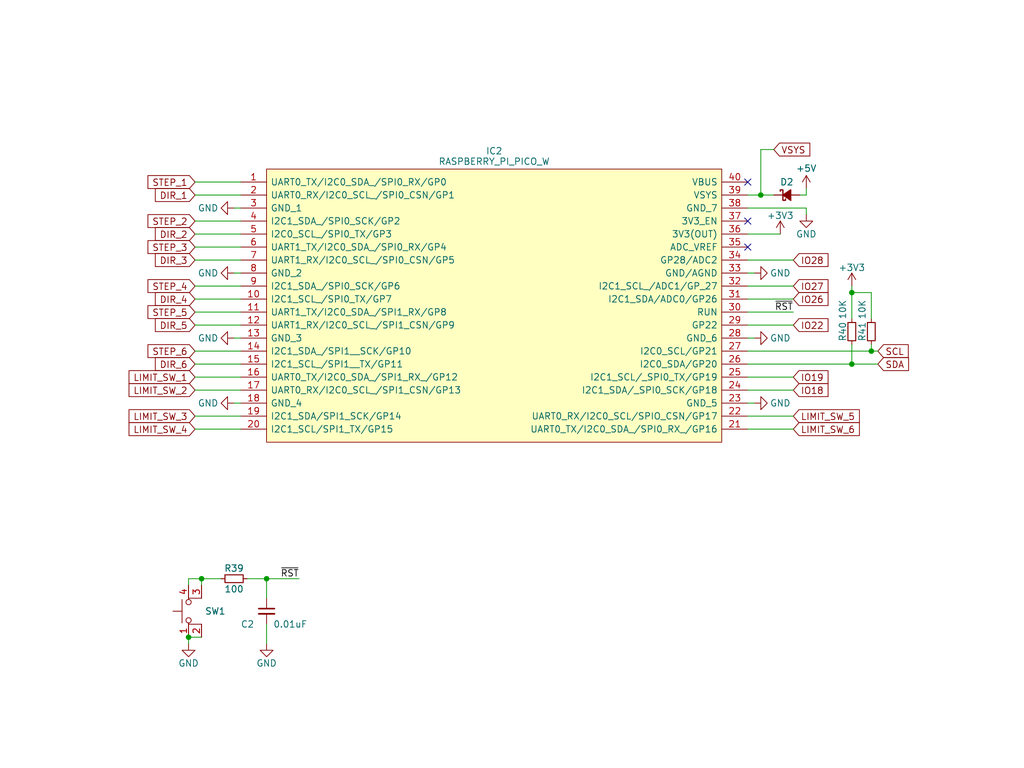
<source format=kicad_sch>
(kicad_sch (version 20230121) (generator eeschema)

  (uuid 7a5b1f12-c235-4d27-9f6c-e59009ca95f3)

  (paper "User" 200 150.012)

  (lib_symbols
    (symbol "Device:C_Small" (pin_numbers hide) (pin_names (offset 0.254) hide) (in_bom yes) (on_board yes)
      (property "Reference" "C" (at 0.254 1.778 0)
        (effects (font (size 1.27 1.27)) (justify left))
      )
      (property "Value" "C_Small" (at 0.254 -2.032 0)
        (effects (font (size 1.27 1.27)) (justify left))
      )
      (property "Footprint" "" (at 0 0 0)
        (effects (font (size 1.27 1.27)) hide)
      )
      (property "Datasheet" "~" (at 0 0 0)
        (effects (font (size 1.27 1.27)) hide)
      )
      (property "ki_keywords" "capacitor cap" (at 0 0 0)
        (effects (font (size 1.27 1.27)) hide)
      )
      (property "ki_description" "Unpolarized capacitor, small symbol" (at 0 0 0)
        (effects (font (size 1.27 1.27)) hide)
      )
      (property "ki_fp_filters" "C_*" (at 0 0 0)
        (effects (font (size 1.27 1.27)) hide)
      )
      (symbol "C_Small_0_1"
        (polyline
          (pts
            (xy -1.524 -0.508)
            (xy 1.524 -0.508)
          )
          (stroke (width 0.3302) (type default))
          (fill (type none))
        )
        (polyline
          (pts
            (xy -1.524 0.508)
            (xy 1.524 0.508)
          )
          (stroke (width 0.3048) (type default))
          (fill (type none))
        )
      )
      (symbol "C_Small_1_1"
        (pin passive line (at 0 2.54 270) (length 2.032)
          (name "~" (effects (font (size 1.27 1.27))))
          (number "1" (effects (font (size 1.27 1.27))))
        )
        (pin passive line (at 0 -2.54 90) (length 2.032)
          (name "~" (effects (font (size 1.27 1.27))))
          (number "2" (effects (font (size 1.27 1.27))))
        )
      )
    )
    (symbol "Device:D_Schottky_Small_Filled" (pin_numbers hide) (pin_names (offset 0.254) hide) (in_bom yes) (on_board yes)
      (property "Reference" "D" (at -1.27 2.032 0)
        (effects (font (size 1.27 1.27)) (justify left))
      )
      (property "Value" "D_Schottky_Small_Filled" (at -7.112 -2.032 0)
        (effects (font (size 1.27 1.27)) (justify left))
      )
      (property "Footprint" "" (at 0 0 90)
        (effects (font (size 1.27 1.27)) hide)
      )
      (property "Datasheet" "~" (at 0 0 90)
        (effects (font (size 1.27 1.27)) hide)
      )
      (property "ki_keywords" "diode Schottky" (at 0 0 0)
        (effects (font (size 1.27 1.27)) hide)
      )
      (property "ki_description" "Schottky diode, small symbol, filled shape" (at 0 0 0)
        (effects (font (size 1.27 1.27)) hide)
      )
      (property "ki_fp_filters" "TO-???* *_Diode_* *SingleDiode* D_*" (at 0 0 0)
        (effects (font (size 1.27 1.27)) hide)
      )
      (symbol "D_Schottky_Small_Filled_0_1"
        (polyline
          (pts
            (xy -0.762 0)
            (xy 0.762 0)
          )
          (stroke (width 0) (type default))
          (fill (type none))
        )
        (polyline
          (pts
            (xy 0.762 -1.016)
            (xy -0.762 0)
            (xy 0.762 1.016)
            (xy 0.762 -1.016)
          )
          (stroke (width 0.254) (type default))
          (fill (type outline))
        )
        (polyline
          (pts
            (xy -1.27 0.762)
            (xy -1.27 1.016)
            (xy -0.762 1.016)
            (xy -0.762 -1.016)
            (xy -0.254 -1.016)
            (xy -0.254 -0.762)
          )
          (stroke (width 0.254) (type default))
          (fill (type none))
        )
      )
      (symbol "D_Schottky_Small_Filled_1_1"
        (pin passive line (at -2.54 0 0) (length 1.778)
          (name "K" (effects (font (size 1.27 1.27))))
          (number "1" (effects (font (size 1.27 1.27))))
        )
        (pin passive line (at 2.54 0 180) (length 1.778)
          (name "A" (effects (font (size 1.27 1.27))))
          (number "2" (effects (font (size 1.27 1.27))))
        )
      )
    )
    (symbol "Device:R_Small" (pin_numbers hide) (pin_names (offset 0.254) hide) (in_bom yes) (on_board yes)
      (property "Reference" "R" (at 0.762 0.508 0)
        (effects (font (size 1.27 1.27)) (justify left))
      )
      (property "Value" "R_Small" (at 0.762 -1.016 0)
        (effects (font (size 1.27 1.27)) (justify left))
      )
      (property "Footprint" "" (at 0 0 0)
        (effects (font (size 1.27 1.27)) hide)
      )
      (property "Datasheet" "~" (at 0 0 0)
        (effects (font (size 1.27 1.27)) hide)
      )
      (property "ki_keywords" "R resistor" (at 0 0 0)
        (effects (font (size 1.27 1.27)) hide)
      )
      (property "ki_description" "Resistor, small symbol" (at 0 0 0)
        (effects (font (size 1.27 1.27)) hide)
      )
      (property "ki_fp_filters" "R_*" (at 0 0 0)
        (effects (font (size 1.27 1.27)) hide)
      )
      (symbol "R_Small_0_1"
        (rectangle (start -0.762 1.778) (end 0.762 -1.778)
          (stroke (width 0.2032) (type default))
          (fill (type none))
        )
      )
      (symbol "R_Small_1_1"
        (pin passive line (at 0 2.54 270) (length 0.762)
          (name "~" (effects (font (size 1.27 1.27))))
          (number "1" (effects (font (size 1.27 1.27))))
        )
        (pin passive line (at 0 -2.54 90) (length 0.762)
          (name "~" (effects (font (size 1.27 1.27))))
          (number "2" (effects (font (size 1.27 1.27))))
        )
      )
    )
    (symbol "SamacSys_Parts:RASPBERRY_PI_PICO_W" (pin_names (offset 0.762)) (in_bom yes) (on_board yes)
      (property "Reference" "IC2" (at 49.53 6.0692 0)
        (effects (font (size 1.27 1.27)))
      )
      (property "Value" "RASPBERRY_PI_PICO_W" (at 49.53 4.0212 0)
        (effects (font (size 1.27 1.27)))
      )
      (property "Footprint" "RASPBERRYPIPICOW" (at 95.25 2.54 0)
        (effects (font (size 1.27 1.27)) (justify left) hide)
      )
      (property "Datasheet" "https://datasheets.raspberrypi.com/picow/pico-w-datasheet.pdf" (at 95.25 0 0)
        (effects (font (size 1.27 1.27)) (justify left) hide)
      )
      (property "Description" "RASPBERRY-PI - RASPBERRY PI PICO W - Raspberry Pi Board, Raspberry Pi Pico W, RP2040, 32bit, ARM Cortex-M0+" (at 95.25 -2.54 0)
        (effects (font (size 1.27 1.27)) (justify left) hide)
      )
      (property "Height" "1" (at 95.25 -5.08 0)
        (effects (font (size 1.27 1.27)) (justify left) hide)
      )
      (property "Manufacturer_Name" "RASPBERRY-PI" (at 95.25 -7.62 0)
        (effects (font (size 1.27 1.27)) (justify left) hide)
      )
      (property "Manufacturer_Part_Number" "RASPBERRY PI PICO W" (at 95.25 -10.16 0)
        (effects (font (size 1.27 1.27)) (justify left) hide)
      )
      (property "Mouser Part Number" "" (at 95.25 -12.7 0)
        (effects (font (size 1.27 1.27)) (justify left) hide)
      )
      (property "Mouser Price/Stock" "" (at 95.25 -15.24 0)
        (effects (font (size 1.27 1.27)) (justify left) hide)
      )
      (property "Arrow Part Number" "" (at 95.25 -17.78 0)
        (effects (font (size 1.27 1.27)) (justify left) hide)
      )
      (property "Arrow Price/Stock" "" (at 95.25 -20.32 0)
        (effects (font (size 1.27 1.27)) (justify left) hide)
      )
      (property "ki_description" "RASPBERRY-PI - RASPBERRY PI PICO W - Raspberry Pi Board, Raspberry Pi Pico W, RP2040, 32bit, ARM Cortex-M0+" (at 0 0 0)
        (effects (font (size 1.27 1.27)) hide)
      )
      (symbol "RASPBERRY_PI_PICO_W_0_0"
        (pin passive line (at 0 0 0) (length 5.08)
          (name "UART0_TX/I2C0_SDA_/SPI0_RX/GP0" (effects (font (size 1.27 1.27))))
          (number "1" (effects (font (size 1.27 1.27))))
        )
        (pin passive line (at 0 -22.86 0) (length 5.08)
          (name "I2C1_SCL_/SPI0_TX/GP7" (effects (font (size 1.27 1.27))))
          (number "10" (effects (font (size 1.27 1.27))))
        )
        (pin passive line (at 0 -25.4 0) (length 5.08)
          (name "UART1_TX/I2C0_SDA_/SPI1_RX/GP8" (effects (font (size 1.27 1.27))))
          (number "11" (effects (font (size 1.27 1.27))))
        )
        (pin passive line (at 0 -27.94 0) (length 5.08)
          (name "UART1_RX/I2C0_SCL_/SPI1_CSN/GP9" (effects (font (size 1.27 1.27))))
          (number "12" (effects (font (size 1.27 1.27))))
        )
        (pin passive line (at 0 -30.48 0) (length 5.08)
          (name "GND_3" (effects (font (size 1.27 1.27))))
          (number "13" (effects (font (size 1.27 1.27))))
        )
        (pin passive line (at 0 -33.02 0) (length 5.08)
          (name "I2C1_SDA_/SPI1__SCK/GP10" (effects (font (size 1.27 1.27))))
          (number "14" (effects (font (size 1.27 1.27))))
        )
        (pin passive line (at 0 -35.56 0) (length 5.08)
          (name "I2C1_SCL_/SPI1__TX/GP11" (effects (font (size 1.27 1.27))))
          (number "15" (effects (font (size 1.27 1.27))))
        )
        (pin passive line (at 0 -38.1 0) (length 5.08)
          (name "UART0_TX/I2C0_SDA_/SPI1_RX_/GP12" (effects (font (size 1.27 1.27))))
          (number "16" (effects (font (size 1.27 1.27))))
        )
        (pin passive line (at 0 -40.64 0) (length 5.08)
          (name "UART0_RX/I2C0_SCL_/SPI1_CSN/GP13" (effects (font (size 1.27 1.27))))
          (number "17" (effects (font (size 1.27 1.27))))
        )
        (pin passive line (at 0 -43.18 0) (length 5.08)
          (name "GND_4" (effects (font (size 1.27 1.27))))
          (number "18" (effects (font (size 1.27 1.27))))
        )
        (pin passive line (at 0 -45.72 0) (length 5.08)
          (name "I2C1_SDA/SPI1_SCK/GP14" (effects (font (size 1.27 1.27))))
          (number "19" (effects (font (size 1.27 1.27))))
        )
        (pin passive line (at 0 -2.54 0) (length 5.08)
          (name "UART0_RX/I2C0_SCL_/SPI0_CSN/GP1" (effects (font (size 1.27 1.27))))
          (number "2" (effects (font (size 1.27 1.27))))
        )
        (pin passive line (at 0 -48.26 0) (length 5.08)
          (name "I2C1_SCL/SPI1_TX/GP15" (effects (font (size 1.27 1.27))))
          (number "20" (effects (font (size 1.27 1.27))))
        )
        (pin passive line (at 99.06 -48.26 180) (length 5.08)
          (name "UART0_TX/I2C0_SDA_/SPI0_RX_/GP16" (effects (font (size 1.27 1.27))))
          (number "21" (effects (font (size 1.27 1.27))))
        )
        (pin passive line (at 99.06 -45.72 180) (length 5.08)
          (name "UART0_RX/I2C0_SCL/SPIO_CSN/GP17" (effects (font (size 1.27 1.27))))
          (number "22" (effects (font (size 1.27 1.27))))
        )
        (pin passive line (at 99.06 -43.18 180) (length 5.08)
          (name "GND_5" (effects (font (size 1.27 1.27))))
          (number "23" (effects (font (size 1.27 1.27))))
        )
        (pin passive line (at 99.06 -40.64 180) (length 5.08)
          (name "I2C1_SDA/_SPI0_SCK/GP18" (effects (font (size 1.27 1.27))))
          (number "24" (effects (font (size 1.27 1.27))))
        )
        (pin passive line (at 99.06 -38.1 180) (length 5.08)
          (name "I2C1_SCL/_SPI0_TX/GP19" (effects (font (size 1.27 1.27))))
          (number "25" (effects (font (size 1.27 1.27))))
        )
        (pin passive line (at 99.06 -35.56 180) (length 5.08)
          (name "I2C0_SDA/GP20" (effects (font (size 1.27 1.27))))
          (number "26" (effects (font (size 1.27 1.27))))
        )
        (pin passive line (at 99.06 -33.02 180) (length 5.08)
          (name "I2C0_SCL/GP21" (effects (font (size 1.27 1.27))))
          (number "27" (effects (font (size 1.27 1.27))))
        )
        (pin passive line (at 99.06 -30.48 180) (length 5.08)
          (name "GND_6" (effects (font (size 1.27 1.27))))
          (number "28" (effects (font (size 1.27 1.27))))
        )
        (pin passive line (at 99.06 -27.94 180) (length 5.08)
          (name "GP22" (effects (font (size 1.27 1.27))))
          (number "29" (effects (font (size 1.27 1.27))))
        )
        (pin passive line (at 0 -5.08 0) (length 5.08)
          (name "GND_1" (effects (font (size 1.27 1.27))))
          (number "3" (effects (font (size 1.27 1.27))))
        )
        (pin passive line (at 99.06 -25.4 180) (length 5.08)
          (name "RUN" (effects (font (size 1.27 1.27))))
          (number "30" (effects (font (size 1.27 1.27))))
        )
        (pin passive line (at 99.06 -22.86 180) (length 5.08)
          (name "I2C1_SDA/ADC0/GP26" (effects (font (size 1.27 1.27))))
          (number "31" (effects (font (size 1.27 1.27))))
        )
        (pin passive line (at 99.06 -20.32 180) (length 5.08)
          (name "I2C1_SCL_/ADC1/GP_27" (effects (font (size 1.27 1.27))))
          (number "32" (effects (font (size 1.27 1.27))))
        )
        (pin passive line (at 99.06 -17.78 180) (length 5.08)
          (name "GND/AGND" (effects (font (size 1.27 1.27))))
          (number "33" (effects (font (size 1.27 1.27))))
        )
        (pin passive line (at 99.06 -15.24 180) (length 5.08)
          (name "GP28/ADC2" (effects (font (size 1.27 1.27))))
          (number "34" (effects (font (size 1.27 1.27))))
        )
        (pin passive line (at 99.06 -12.7 180) (length 5.08)
          (name "ADC_VREF" (effects (font (size 1.27 1.27))))
          (number "35" (effects (font (size 1.27 1.27))))
        )
        (pin passive line (at 99.06 -10.16 180) (length 5.08)
          (name "3V3(OUT)" (effects (font (size 1.27 1.27))))
          (number "36" (effects (font (size 1.27 1.27))))
        )
        (pin passive line (at 99.06 -7.62 180) (length 5.08)
          (name "3V3_EN" (effects (font (size 1.27 1.27))))
          (number "37" (effects (font (size 1.27 1.27))))
        )
        (pin passive line (at 99.06 -5.08 180) (length 5.08)
          (name "GND_7" (effects (font (size 1.27 1.27))))
          (number "38" (effects (font (size 1.27 1.27))))
        )
        (pin passive line (at 99.06 -2.54 180) (length 5.08)
          (name "VSYS" (effects (font (size 1.27 1.27))))
          (number "39" (effects (font (size 1.27 1.27))))
        )
        (pin passive line (at 0 -7.62 0) (length 5.08)
          (name "I2C1_SDA_/SPI0_SCK/GP2" (effects (font (size 1.27 1.27))))
          (number "4" (effects (font (size 1.27 1.27))))
        )
        (pin passive line (at 99.06 0 180) (length 5.08)
          (name "VBUS" (effects (font (size 1.27 1.27))))
          (number "40" (effects (font (size 1.27 1.27))))
        )
        (pin passive line (at 0 -10.16 0) (length 5.08)
          (name "I2C0_SCL_/SPI0_TX/GP3" (effects (font (size 1.27 1.27))))
          (number "5" (effects (font (size 1.27 1.27))))
        )
        (pin passive line (at 0 -12.7 0) (length 5.08)
          (name "UART1_TX/I2C0_SDA_/SPI0_RX/GP4" (effects (font (size 1.27 1.27))))
          (number "6" (effects (font (size 1.27 1.27))))
        )
        (pin passive line (at 0 -15.24 0) (length 5.08)
          (name "UART1_RX/I2C0_SCL_/SPI0_CSN/GP5" (effects (font (size 1.27 1.27))))
          (number "7" (effects (font (size 1.27 1.27))))
        )
        (pin passive line (at 0 -17.78 0) (length 5.08)
          (name "GND_2" (effects (font (size 1.27 1.27))))
          (number "8" (effects (font (size 1.27 1.27))))
        )
        (pin passive line (at 0 -20.32 0) (length 5.08)
          (name "I2C1_SDA_/SPI0_SCK/GP6" (effects (font (size 1.27 1.27))))
          (number "9" (effects (font (size 1.27 1.27))))
        )
      )
      (symbol "RASPBERRY_PI_PICO_W_1_1"
        (polyline
          (pts
            (xy 5.08 2.54)
            (xy 93.98 2.54)
            (xy 93.98 -50.8)
            (xy 5.08 -50.8)
            (xy 5.08 2.54)
          )
          (stroke (width 0.1524) (type solid))
          (fill (type background))
        )
      )
    )
    (symbol "Switch:SW_MEC_5E" (pin_names (offset 1.016) hide) (in_bom yes) (on_board yes)
      (property "Reference" "SW" (at 0.635 5.715 0)
        (effects (font (size 1.27 1.27)) (justify left))
      )
      (property "Value" "SW_MEC_5E" (at 0 -3.175 0)
        (effects (font (size 1.27 1.27)))
      )
      (property "Footprint" "" (at 0 7.62 0)
        (effects (font (size 1.27 1.27)) hide)
      )
      (property "Datasheet" "http://www.apem.com/int/index.php?controller=attachment&id_attachment=1371" (at 0 7.62 0)
        (effects (font (size 1.27 1.27)) hide)
      )
      (property "ki_keywords" "switch normally-open pushbutton push-button" (at 0 0 0)
        (effects (font (size 1.27 1.27)) hide)
      )
      (property "ki_description" "MEC 5E single pole normally-open tactile switch" (at 0 0 0)
        (effects (font (size 1.27 1.27)) hide)
      )
      (property "ki_fp_filters" "SW*MEC*5G*" (at 0 0 0)
        (effects (font (size 1.27 1.27)) hide)
      )
      (symbol "SW_MEC_5E_0_1"
        (circle (center -1.778 2.54) (radius 0.508)
          (stroke (width 0) (type default))
          (fill (type none))
        )
        (polyline
          (pts
            (xy -2.286 3.81)
            (xy 2.286 3.81)
          )
          (stroke (width 0) (type default))
          (fill (type none))
        )
        (polyline
          (pts
            (xy 0 3.81)
            (xy 0 5.588)
          )
          (stroke (width 0) (type default))
          (fill (type none))
        )
        (polyline
          (pts
            (xy -2.54 0)
            (xy -2.54 2.54)
            (xy -2.286 2.54)
          )
          (stroke (width 0) (type default))
          (fill (type none))
        )
        (polyline
          (pts
            (xy 2.54 0)
            (xy 2.54 2.54)
            (xy 2.286 2.54)
          )
          (stroke (width 0) (type default))
          (fill (type none))
        )
        (circle (center 1.778 2.54) (radius 0.508)
          (stroke (width 0) (type default))
          (fill (type none))
        )
        (pin passive line (at -5.08 2.54 0) (length 2.54)
          (name "1" (effects (font (size 1.27 1.27))))
          (number "1" (effects (font (size 1.27 1.27))))
        )
        (pin passive line (at -5.08 0 0) (length 2.54)
          (name "2" (effects (font (size 1.27 1.27))))
          (number "2" (effects (font (size 1.27 1.27))))
        )
        (pin passive line (at 5.08 0 180) (length 2.54)
          (name "K" (effects (font (size 1.27 1.27))))
          (number "3" (effects (font (size 1.27 1.27))))
        )
        (pin passive line (at 5.08 2.54 180) (length 2.54)
          (name "A" (effects (font (size 1.27 1.27))))
          (number "4" (effects (font (size 1.27 1.27))))
        )
      )
    )
    (symbol "power:+3.3V" (power) (pin_names (offset 0)) (in_bom yes) (on_board yes)
      (property "Reference" "#PWR" (at 0 -3.81 0)
        (effects (font (size 1.27 1.27)) hide)
      )
      (property "Value" "+3.3V" (at 0 3.556 0)
        (effects (font (size 1.27 1.27)))
      )
      (property "Footprint" "" (at 0 0 0)
        (effects (font (size 1.27 1.27)) hide)
      )
      (property "Datasheet" "" (at 0 0 0)
        (effects (font (size 1.27 1.27)) hide)
      )
      (property "ki_keywords" "power-flag" (at 0 0 0)
        (effects (font (size 1.27 1.27)) hide)
      )
      (property "ki_description" "Power symbol creates a global label with name \"+3.3V\"" (at 0 0 0)
        (effects (font (size 1.27 1.27)) hide)
      )
      (symbol "+3.3V_0_1"
        (polyline
          (pts
            (xy -0.762 1.27)
            (xy 0 2.54)
          )
          (stroke (width 0) (type default))
          (fill (type none))
        )
        (polyline
          (pts
            (xy 0 0)
            (xy 0 2.54)
          )
          (stroke (width 0) (type default))
          (fill (type none))
        )
        (polyline
          (pts
            (xy 0 2.54)
            (xy 0.762 1.27)
          )
          (stroke (width 0) (type default))
          (fill (type none))
        )
      )
      (symbol "+3.3V_1_1"
        (pin power_in line (at 0 0 90) (length 0) hide
          (name "+3V3" (effects (font (size 1.27 1.27))))
          (number "1" (effects (font (size 1.27 1.27))))
        )
      )
    )
    (symbol "power:+5V" (power) (pin_names (offset 0)) (in_bom yes) (on_board yes)
      (property "Reference" "#PWR" (at 0 -3.81 0)
        (effects (font (size 1.27 1.27)) hide)
      )
      (property "Value" "+5V" (at 0 3.556 0)
        (effects (font (size 1.27 1.27)))
      )
      (property "Footprint" "" (at 0 0 0)
        (effects (font (size 1.27 1.27)) hide)
      )
      (property "Datasheet" "" (at 0 0 0)
        (effects (font (size 1.27 1.27)) hide)
      )
      (property "ki_keywords" "global power" (at 0 0 0)
        (effects (font (size 1.27 1.27)) hide)
      )
      (property "ki_description" "Power symbol creates a global label with name \"+5V\"" (at 0 0 0)
        (effects (font (size 1.27 1.27)) hide)
      )
      (symbol "+5V_0_1"
        (polyline
          (pts
            (xy -0.762 1.27)
            (xy 0 2.54)
          )
          (stroke (width 0) (type default))
          (fill (type none))
        )
        (polyline
          (pts
            (xy 0 0)
            (xy 0 2.54)
          )
          (stroke (width 0) (type default))
          (fill (type none))
        )
        (polyline
          (pts
            (xy 0 2.54)
            (xy 0.762 1.27)
          )
          (stroke (width 0) (type default))
          (fill (type none))
        )
      )
      (symbol "+5V_1_1"
        (pin power_in line (at 0 0 90) (length 0) hide
          (name "+5V" (effects (font (size 1.27 1.27))))
          (number "1" (effects (font (size 1.27 1.27))))
        )
      )
    )
    (symbol "power:GND" (power) (pin_names (offset 0)) (in_bom yes) (on_board yes)
      (property "Reference" "#PWR" (at 0 -6.35 0)
        (effects (font (size 1.27 1.27)) hide)
      )
      (property "Value" "GND" (at 0 -3.81 0)
        (effects (font (size 1.27 1.27)))
      )
      (property "Footprint" "" (at 0 0 0)
        (effects (font (size 1.27 1.27)) hide)
      )
      (property "Datasheet" "" (at 0 0 0)
        (effects (font (size 1.27 1.27)) hide)
      )
      (property "ki_keywords" "global power" (at 0 0 0)
        (effects (font (size 1.27 1.27)) hide)
      )
      (property "ki_description" "Power symbol creates a global label with name \"GND\" , ground" (at 0 0 0)
        (effects (font (size 1.27 1.27)) hide)
      )
      (symbol "GND_0_1"
        (polyline
          (pts
            (xy 0 0)
            (xy 0 -1.27)
            (xy 1.27 -1.27)
            (xy 0 -2.54)
            (xy -1.27 -1.27)
            (xy 0 -1.27)
          )
          (stroke (width 0) (type default))
          (fill (type none))
        )
      )
      (symbol "GND_1_1"
        (pin power_in line (at 0 0 270) (length 0) hide
          (name "GND" (effects (font (size 1.27 1.27))))
          (number "1" (effects (font (size 1.27 1.27))))
        )
      )
    )
  )

  (junction (at 148.59 38.1) (diameter 0) (color 0 0 0 0)
    (uuid 0b973df5-bba2-403e-978a-479f93edad8b)
  )
  (junction (at 36.83 124.46) (diameter 0) (color 0 0 0 0)
    (uuid 382e3cf9-1a9d-411a-828f-eb8cb3811059)
  )
  (junction (at 39.37 113.03) (diameter 0) (color 0 0 0 0)
    (uuid 63fcbbcc-031c-401a-b759-dc737913baba)
  )
  (junction (at 170.18 68.58) (diameter 0) (color 0 0 0 0)
    (uuid 927429df-cd1a-465e-ab7f-8c1f94d42c6a)
  )
  (junction (at 166.37 57.15) (diameter 0) (color 0 0 0 0)
    (uuid e1f877ae-5a64-4565-b0b1-38634cd48687)
  )
  (junction (at 52.07 113.03) (diameter 0) (color 0 0 0 0)
    (uuid e7843c81-9610-4417-a1b9-cb3e477a7ff8)
  )
  (junction (at 166.37 71.12) (diameter 0) (color 0 0 0 0)
    (uuid f31ab8d4-ed50-4b85-afac-5ed22a419773)
  )

  (no_connect (at 146.05 35.56) (uuid 0624b298-bbd8-434c-8cb3-c98c3438323c))
  (no_connect (at 146.05 48.26) (uuid 5a547bc9-a777-4f7a-a59e-d64a3b65d9a4))
  (no_connect (at 146.05 43.18) (uuid 6fd3d9fc-2dcd-4556-9016-5074031682ac))

  (wire (pts (xy 148.59 29.21) (xy 148.59 38.1))
    (stroke (width 0) (type default))
    (uuid 0407d5a0-d6b5-42e5-bc6f-544b7309c5ce)
  )
  (wire (pts (xy 36.83 113.03) (xy 39.37 113.03))
    (stroke (width 0) (type default))
    (uuid 0603fccf-69bb-411f-b807-214954b35e2f)
  )
  (wire (pts (xy 38.1 38.1) (xy 46.99 38.1))
    (stroke (width 0) (type default))
    (uuid 09e613ba-1fe0-4835-9977-16920d93dddf)
  )
  (wire (pts (xy 38.1 60.96) (xy 46.99 60.96))
    (stroke (width 0) (type default))
    (uuid 0d2f6ffc-97fe-4009-b81c-4deff5118091)
  )
  (wire (pts (xy 166.37 55.88) (xy 166.37 57.15))
    (stroke (width 0) (type default))
    (uuid 0e81c0cf-dacd-4761-aebc-f6ff7c482635)
  )
  (wire (pts (xy 146.05 53.34) (xy 147.32 53.34))
    (stroke (width 0) (type default))
    (uuid 10fdf36c-762f-417b-9721-59fea0b5d982)
  )
  (wire (pts (xy 146.05 83.82) (xy 154.94 83.82))
    (stroke (width 0) (type default))
    (uuid 2077de70-7f0f-4556-bb82-ac715268cb0d)
  )
  (wire (pts (xy 36.83 114.3) (xy 36.83 113.03))
    (stroke (width 0) (type default))
    (uuid 2385cd78-eed2-4517-9ead-c804e1e7549b)
  )
  (wire (pts (xy 38.1 81.28) (xy 46.99 81.28))
    (stroke (width 0) (type default))
    (uuid 25065f3e-c5a0-4ca5-b1b6-5e4d9996edf2)
  )
  (wire (pts (xy 146.05 68.58) (xy 170.18 68.58))
    (stroke (width 0) (type default))
    (uuid 2ad67fb7-9ab7-490f-a760-1cc602f9a9fa)
  )
  (wire (pts (xy 146.05 78.74) (xy 147.32 78.74))
    (stroke (width 0) (type default))
    (uuid 2c281432-07c1-443d-9aee-4503fa834dc2)
  )
  (wire (pts (xy 39.37 114.3) (xy 39.37 113.03))
    (stroke (width 0) (type default))
    (uuid 2f8b0e76-9588-4547-94be-526c5af2d08d)
  )
  (wire (pts (xy 45.72 66.04) (xy 46.99 66.04))
    (stroke (width 0) (type default))
    (uuid 3686fe3a-7acf-4c6c-83c6-0c561e8a6035)
  )
  (wire (pts (xy 146.05 81.28) (xy 154.94 81.28))
    (stroke (width 0) (type default))
    (uuid 3691b70c-a99f-43a7-985e-415160109063)
  )
  (wire (pts (xy 166.37 57.15) (xy 170.18 57.15))
    (stroke (width 0) (type default))
    (uuid 386dd716-d882-421c-9aa7-4f27559b0fd0)
  )
  (wire (pts (xy 151.13 29.21) (xy 148.59 29.21))
    (stroke (width 0) (type default))
    (uuid 4101ef74-8ea6-4e2d-beec-b264b5ffe4e6)
  )
  (wire (pts (xy 38.1 45.72) (xy 46.99 45.72))
    (stroke (width 0) (type default))
    (uuid 46983bf8-bef6-472a-80ae-db3be61ccd4d)
  )
  (wire (pts (xy 38.1 48.26) (xy 46.99 48.26))
    (stroke (width 0) (type default))
    (uuid 47f13db0-dcea-45b7-9417-4db7e23e94fd)
  )
  (wire (pts (xy 170.18 67.31) (xy 170.18 68.58))
    (stroke (width 0) (type default))
    (uuid 49645109-ae0b-4f91-b099-013e544c6d36)
  )
  (wire (pts (xy 170.18 68.58) (xy 171.45 68.58))
    (stroke (width 0) (type default))
    (uuid 555c0f8a-31f1-4ddf-908d-a42929beba87)
  )
  (wire (pts (xy 157.48 40.64) (xy 157.48 41.91))
    (stroke (width 0) (type default))
    (uuid 55ccbf94-93a3-4281-867c-f2db88d0d9d1)
  )
  (wire (pts (xy 146.05 63.5) (xy 154.94 63.5))
    (stroke (width 0) (type default))
    (uuid 58648775-25b7-48ef-9388-95ec6c181052)
  )
  (wire (pts (xy 146.05 73.66) (xy 154.94 73.66))
    (stroke (width 0) (type default))
    (uuid 5914e0b1-ce48-41ba-bf0d-fd752911506b)
  )
  (wire (pts (xy 38.1 55.88) (xy 46.99 55.88))
    (stroke (width 0) (type default))
    (uuid 5fb1f70b-7b6a-4ebc-83af-0ec27ffa0772)
  )
  (wire (pts (xy 146.05 60.96) (xy 154.94 60.96))
    (stroke (width 0) (type default))
    (uuid 61fb3e10-c8f8-4e25-ac64-b19a3eeb2a65)
  )
  (wire (pts (xy 146.05 38.1) (xy 148.59 38.1))
    (stroke (width 0) (type default))
    (uuid 634ad5a7-5f60-4634-ac9f-53cc534868ba)
  )
  (wire (pts (xy 36.83 124.46) (xy 36.83 125.73))
    (stroke (width 0) (type default))
    (uuid 64b032e9-e096-4d6c-895a-dd729ec36570)
  )
  (wire (pts (xy 146.05 50.8) (xy 154.94 50.8))
    (stroke (width 0) (type default))
    (uuid 66f975c9-20a1-40c1-af05-b0f784b435fc)
  )
  (wire (pts (xy 45.72 78.74) (xy 46.99 78.74))
    (stroke (width 0) (type default))
    (uuid 67db7d0b-487f-4cb6-ad56-ff492471d00e)
  )
  (wire (pts (xy 38.1 58.42) (xy 46.99 58.42))
    (stroke (width 0) (type default))
    (uuid 6e078bfd-ddcb-4b7e-aad9-55e17ad12af5)
  )
  (wire (pts (xy 156.21 38.1) (xy 157.48 38.1))
    (stroke (width 0) (type default))
    (uuid 6effc1d0-afd8-416c-aa40-908d4a408bdf)
  )
  (wire (pts (xy 52.07 113.03) (xy 58.42 113.03))
    (stroke (width 0) (type default))
    (uuid 7241c997-dc0d-4994-99c5-07962f0691b8)
  )
  (wire (pts (xy 38.1 73.66) (xy 46.99 73.66))
    (stroke (width 0) (type default))
    (uuid 761b486f-2550-4770-9f08-1632085b0a93)
  )
  (wire (pts (xy 170.18 57.15) (xy 170.18 62.23))
    (stroke (width 0) (type default))
    (uuid 7a6a8972-3056-4c49-b9f0-17eb24900f6e)
  )
  (wire (pts (xy 146.05 71.12) (xy 166.37 71.12))
    (stroke (width 0) (type default))
    (uuid 7d1b4e19-a2ee-4f95-a415-26f70c26b5be)
  )
  (wire (pts (xy 39.37 113.03) (xy 43.18 113.03))
    (stroke (width 0) (type default))
    (uuid 84ae0b78-8a69-4c2f-ad2a-710d2be7e9dc)
  )
  (wire (pts (xy 45.72 40.64) (xy 46.99 40.64))
    (stroke (width 0) (type default))
    (uuid 861268fd-8f65-4e6d-9cfe-68fbc20e32de)
  )
  (wire (pts (xy 38.1 76.2) (xy 46.99 76.2))
    (stroke (width 0) (type default))
    (uuid 8eab6a0b-5265-441b-9521-e44f898112de)
  )
  (wire (pts (xy 146.05 40.64) (xy 157.48 40.64))
    (stroke (width 0) (type default))
    (uuid 97c95b3d-0549-4522-b710-a63ff672e940)
  )
  (wire (pts (xy 166.37 71.12) (xy 171.45 71.12))
    (stroke (width 0) (type default))
    (uuid 98175a6a-0e79-4ac6-90c8-7710ab305748)
  )
  (wire (pts (xy 146.05 76.2) (xy 154.94 76.2))
    (stroke (width 0) (type default))
    (uuid 9820f2a2-0836-4294-85eb-e6ef798c6071)
  )
  (wire (pts (xy 36.83 124.46) (xy 39.37 124.46))
    (stroke (width 0) (type default))
    (uuid a287041e-add4-4fe9-a5b8-af50d0c8a95b)
  )
  (wire (pts (xy 166.37 67.31) (xy 166.37 71.12))
    (stroke (width 0) (type default))
    (uuid a72aa73b-f90d-4b8c-9fdf-f3e7476caac1)
  )
  (wire (pts (xy 52.07 121.92) (xy 52.07 125.73))
    (stroke (width 0) (type default))
    (uuid a96959d4-8f79-4480-acbb-6517e351667c)
  )
  (wire (pts (xy 45.72 53.34) (xy 46.99 53.34))
    (stroke (width 0) (type default))
    (uuid ac169eea-017e-49f5-9991-e2acb0573822)
  )
  (wire (pts (xy 38.1 63.5) (xy 46.99 63.5))
    (stroke (width 0) (type default))
    (uuid b55b8bc8-0308-4713-8c83-bb5526783f0e)
  )
  (wire (pts (xy 146.05 45.72) (xy 152.4 45.72))
    (stroke (width 0) (type default))
    (uuid b8802998-54fb-4d7f-90f4-3c3d8242a7ea)
  )
  (wire (pts (xy 148.59 38.1) (xy 151.13 38.1))
    (stroke (width 0) (type default))
    (uuid b9382364-9137-482d-bc79-dc1178162733)
  )
  (wire (pts (xy 157.48 36.83) (xy 157.48 38.1))
    (stroke (width 0) (type default))
    (uuid bb3792e5-156d-4450-aa36-42bd0ea87d74)
  )
  (wire (pts (xy 38.1 35.56) (xy 46.99 35.56))
    (stroke (width 0) (type default))
    (uuid bdf43a65-d3bc-466a-a763-47a54a2fe9ee)
  )
  (wire (pts (xy 146.05 55.88) (xy 154.94 55.88))
    (stroke (width 0) (type default))
    (uuid dec3b55e-6e1e-4c29-9e15-ab4b66686e65)
  )
  (wire (pts (xy 146.05 66.04) (xy 147.32 66.04))
    (stroke (width 0) (type default))
    (uuid e34def9e-434d-4ccb-9997-01daa896f100)
  )
  (wire (pts (xy 38.1 68.58) (xy 46.99 68.58))
    (stroke (width 0) (type default))
    (uuid e39e395e-62b5-4646-a656-5536ead82e63)
  )
  (wire (pts (xy 38.1 43.18) (xy 46.99 43.18))
    (stroke (width 0) (type default))
    (uuid e5553dfd-d849-455a-898d-60e83da5f441)
  )
  (wire (pts (xy 38.1 83.82) (xy 46.99 83.82))
    (stroke (width 0) (type default))
    (uuid e7a34e46-879e-41d0-89a4-cef9b7e1a583)
  )
  (wire (pts (xy 48.26 113.03) (xy 52.07 113.03))
    (stroke (width 0) (type default))
    (uuid e9101d08-8d8d-4248-a3a2-b3c1b04260aa)
  )
  (wire (pts (xy 146.05 58.42) (xy 154.94 58.42))
    (stroke (width 0) (type default))
    (uuid ee7d3015-87b4-415d-a1f0-29d41f889dc3)
  )
  (wire (pts (xy 166.37 62.23) (xy 166.37 57.15))
    (stroke (width 0) (type default))
    (uuid f5ef73af-8900-4159-b48b-3414b3abfc19)
  )
  (wire (pts (xy 38.1 71.12) (xy 46.99 71.12))
    (stroke (width 0) (type default))
    (uuid fb6381ad-2fd4-4917-a100-6e74fc1c52b0)
  )
  (wire (pts (xy 38.1 50.8) (xy 46.99 50.8))
    (stroke (width 0) (type default))
    (uuid fdf573f1-97cd-4a78-909f-f959b17d32f5)
  )
  (wire (pts (xy 52.07 113.03) (xy 52.07 116.84))
    (stroke (width 0) (type default))
    (uuid ffbf3f43-59ff-4955-b960-f89176617630)
  )

  (label "~{RST}" (at 58.42 113.03 180) (fields_autoplaced)
    (effects (font (size 1.27 1.27)) (justify right bottom))
    (uuid 6fa13357-097d-4ada-a8d6-51a0ac9906be)
  )
  (label "~{RST}" (at 154.94 60.96 180) (fields_autoplaced)
    (effects (font (size 1.27 1.27)) (justify right bottom))
    (uuid c7e8693a-3ec0-4b7d-af30-c2319c8a4230)
  )

  (global_label "STEP_4" (shape input) (at 38.1 55.88 180) (fields_autoplaced)
    (effects (font (size 1.27 1.27)) (justify right))
    (uuid 0fd2b137-648c-4403-badf-7494b5b7158d)
    (property "Intersheetrefs" "${INTERSHEET_REFS}" (at 28.421 55.88 0)
      (effects (font (size 1.27 1.27)) (justify right) hide)
    )
  )
  (global_label "SCL" (shape input) (at 171.45 68.58 0) (fields_autoplaced)
    (effects (font (size 1.27 1.27)) (justify left))
    (uuid 1b5caddd-e029-4419-80dc-b0be7f2cba34)
    (property "Intersheetrefs" "${INTERSHEET_REFS}" (at 177.8634 68.58 0)
      (effects (font (size 1.27 1.27)) (justify left) hide)
    )
  )
  (global_label "DIR_2" (shape input) (at 38.1 45.72 180) (fields_autoplaced)
    (effects (font (size 1.27 1.27)) (justify right))
    (uuid 1ba17c9d-5610-407b-9c94-6876c108b837)
    (property "Intersheetrefs" "${INTERSHEET_REFS}" (at 29.8723 45.72 0)
      (effects (font (size 1.27 1.27)) (justify right) hide)
    )
  )
  (global_label "STEP_5" (shape input) (at 38.1 60.96 180) (fields_autoplaced)
    (effects (font (size 1.27 1.27)) (justify right))
    (uuid 20bc2ba9-0a20-4df5-8dd3-71bb28710952)
    (property "Intersheetrefs" "${INTERSHEET_REFS}" (at 28.421 60.96 0)
      (effects (font (size 1.27 1.27)) (justify right) hide)
    )
  )
  (global_label "DIR_5" (shape input) (at 38.1 63.5 180) (fields_autoplaced)
    (effects (font (size 1.27 1.27)) (justify right))
    (uuid 2fea4c3c-5d68-4211-94d9-5c88704fcd8b)
    (property "Intersheetrefs" "${INTERSHEET_REFS}" (at 29.8723 63.5 0)
      (effects (font (size 1.27 1.27)) (justify right) hide)
    )
  )
  (global_label "IO27" (shape input) (at 154.94 55.88 0) (fields_autoplaced)
    (effects (font (size 1.27 1.27)) (justify left))
    (uuid 346c6e35-b6c2-4982-850b-7e66f7307b3b)
    (property "Intersheetrefs" "${INTERSHEET_REFS}" (at 162.2001 55.88 0)
      (effects (font (size 1.27 1.27)) (justify left) hide)
    )
  )
  (global_label "LIMIT_SW_4" (shape input) (at 38.1 83.82 180) (fields_autoplaced)
    (effects (font (size 1.27 1.27)) (justify right))
    (uuid 4b176869-a6bb-4006-a27e-2d6692b49f0f)
    (property "Intersheetrefs" "${INTERSHEET_REFS}" (at 24.7319 83.82 0)
      (effects (font (size 1.27 1.27)) (justify right) hide)
    )
  )
  (global_label "DIR_3" (shape input) (at 38.1 50.8 180) (fields_autoplaced)
    (effects (font (size 1.27 1.27)) (justify right))
    (uuid 5008900f-09bf-4b88-b479-9002d8c80bc9)
    (property "Intersheetrefs" "${INTERSHEET_REFS}" (at 29.8723 50.8 0)
      (effects (font (size 1.27 1.27)) (justify right) hide)
    )
  )
  (global_label "IO22" (shape input) (at 154.94 63.5 0) (fields_autoplaced)
    (effects (font (size 1.27 1.27)) (justify left))
    (uuid 529a6b9c-e876-4d03-be00-34f6f6c196aa)
    (property "Intersheetrefs" "${INTERSHEET_REFS}" (at 162.2001 63.5 0)
      (effects (font (size 1.27 1.27)) (justify left) hide)
    )
  )
  (global_label "STEP_1" (shape input) (at 38.1 35.56 180) (fields_autoplaced)
    (effects (font (size 1.27 1.27)) (justify right))
    (uuid 54ce1c66-1572-493d-8112-778dd04f2897)
    (property "Intersheetrefs" "${INTERSHEET_REFS}" (at 28.421 35.56 0)
      (effects (font (size 1.27 1.27)) (justify right) hide)
    )
  )
  (global_label "STEP_3" (shape input) (at 38.1 48.26 180) (fields_autoplaced)
    (effects (font (size 1.27 1.27)) (justify right))
    (uuid 55c0739b-be3c-4024-8613-b02f633802e2)
    (property "Intersheetrefs" "${INTERSHEET_REFS}" (at 28.421 48.26 0)
      (effects (font (size 1.27 1.27)) (justify right) hide)
    )
  )
  (global_label "VSYS" (shape input) (at 151.13 29.21 0) (fields_autoplaced)
    (effects (font (size 1.27 1.27)) (justify left))
    (uuid 5b9b6585-6f5f-4ff5-b051-6d08bd52e947)
    (property "Intersheetrefs" "${INTERSHEET_REFS}" (at 158.632 29.21 0)
      (effects (font (size 1.27 1.27)) (justify left) hide)
    )
  )
  (global_label "LIMIT_SW_2" (shape input) (at 38.1 76.2 180) (fields_autoplaced)
    (effects (font (size 1.27 1.27)) (justify right))
    (uuid 5cde58c1-706d-45c2-842d-b59ea56e10d0)
    (property "Intersheetrefs" "${INTERSHEET_REFS}" (at 24.7319 76.2 0)
      (effects (font (size 1.27 1.27)) (justify right) hide)
    )
  )
  (global_label "IO28" (shape input) (at 154.94 50.8 0) (fields_autoplaced)
    (effects (font (size 1.27 1.27)) (justify left))
    (uuid 677e59c7-af51-4707-a82d-e38cbfec8985)
    (property "Intersheetrefs" "${INTERSHEET_REFS}" (at 162.2001 50.8 0)
      (effects (font (size 1.27 1.27)) (justify left) hide)
    )
  )
  (global_label "STEP_2" (shape input) (at 38.1 43.18 180) (fields_autoplaced)
    (effects (font (size 1.27 1.27)) (justify right))
    (uuid 77d38578-91dc-4374-b563-036eccea0fb3)
    (property "Intersheetrefs" "${INTERSHEET_REFS}" (at 28.421 43.18 0)
      (effects (font (size 1.27 1.27)) (justify right) hide)
    )
  )
  (global_label "SDA" (shape input) (at 171.45 71.12 0) (fields_autoplaced)
    (effects (font (size 1.27 1.27)) (justify left))
    (uuid 99b795e6-8396-4368-b330-b9ee781ce215)
    (property "Intersheetrefs" "${INTERSHEET_REFS}" (at 177.9239 71.12 0)
      (effects (font (size 1.27 1.27)) (justify left) hide)
    )
  )
  (global_label "DIR_4" (shape input) (at 38.1 58.42 180) (fields_autoplaced)
    (effects (font (size 1.27 1.27)) (justify right))
    (uuid 9d773d4d-12e5-4580-9ff7-6f12f8b7fd6f)
    (property "Intersheetrefs" "${INTERSHEET_REFS}" (at 29.8723 58.42 0)
      (effects (font (size 1.27 1.27)) (justify right) hide)
    )
  )
  (global_label "DIR_6" (shape input) (at 38.1 71.12 180) (fields_autoplaced)
    (effects (font (size 1.27 1.27)) (justify right))
    (uuid ad62a930-636b-4331-b98a-56d51add7253)
    (property "Intersheetrefs" "${INTERSHEET_REFS}" (at 29.8723 71.12 0)
      (effects (font (size 1.27 1.27)) (justify right) hide)
    )
  )
  (global_label "IO19" (shape input) (at 154.94 73.66 0) (fields_autoplaced)
    (effects (font (size 1.27 1.27)) (justify left))
    (uuid bbcc013c-93e8-47e8-9c83-a7f48a8f5a2f)
    (property "Intersheetrefs" "${INTERSHEET_REFS}" (at 162.2001 73.66 0)
      (effects (font (size 1.27 1.27)) (justify left) hide)
    )
  )
  (global_label "LIMIT_SW_3" (shape input) (at 38.1 81.28 180) (fields_autoplaced)
    (effects (font (size 1.27 1.27)) (justify right))
    (uuid c1b6c93b-c233-482d-ac00-49087f573c7d)
    (property "Intersheetrefs" "${INTERSHEET_REFS}" (at 24.7319 81.28 0)
      (effects (font (size 1.27 1.27)) (justify right) hide)
    )
  )
  (global_label "DIR_1" (shape input) (at 38.1 38.1 180) (fields_autoplaced)
    (effects (font (size 1.27 1.27)) (justify right))
    (uuid d20c7b7a-fec5-45d3-8589-85dd1484aa1a)
    (property "Intersheetrefs" "${INTERSHEET_REFS}" (at 29.8723 38.1 0)
      (effects (font (size 1.27 1.27)) (justify right) hide)
    )
  )
  (global_label "IO18" (shape input) (at 154.94 76.2 0) (fields_autoplaced)
    (effects (font (size 1.27 1.27)) (justify left))
    (uuid d2e44386-8333-4318-a295-ced8384a9384)
    (property "Intersheetrefs" "${INTERSHEET_REFS}" (at 162.2001 76.2 0)
      (effects (font (size 1.27 1.27)) (justify left) hide)
    )
  )
  (global_label "STEP_6" (shape input) (at 38.1 68.58 180) (fields_autoplaced)
    (effects (font (size 1.27 1.27)) (justify right))
    (uuid f0f69fa3-ec5d-4cf6-ba5c-bbbe6067ca4a)
    (property "Intersheetrefs" "${INTERSHEET_REFS}" (at 28.421 68.58 0)
      (effects (font (size 1.27 1.27)) (justify right) hide)
    )
  )
  (global_label "LIMIT_SW_5" (shape input) (at 154.94 81.28 0) (fields_autoplaced)
    (effects (font (size 1.27 1.27)) (justify left))
    (uuid f16cc208-5cb2-4d2c-b015-e47e9a3ce64f)
    (property "Intersheetrefs" "${INTERSHEET_REFS}" (at 168.3081 81.28 0)
      (effects (font (size 1.27 1.27)) (justify left) hide)
    )
  )
  (global_label "LIMIT_SW_1" (shape input) (at 38.1 73.66 180) (fields_autoplaced)
    (effects (font (size 1.27 1.27)) (justify right))
    (uuid f1b75fb0-4c16-4d26-8573-07ec4eff8824)
    (property "Intersheetrefs" "${INTERSHEET_REFS}" (at 24.7319 73.66 0)
      (effects (font (size 1.27 1.27)) (justify right) hide)
    )
  )
  (global_label "IO26" (shape input) (at 154.94 58.42 0) (fields_autoplaced)
    (effects (font (size 1.27 1.27)) (justify left))
    (uuid fca86c46-d633-42df-9279-854958f10f89)
    (property "Intersheetrefs" "${INTERSHEET_REFS}" (at 162.2001 58.42 0)
      (effects (font (size 1.27 1.27)) (justify left) hide)
    )
  )
  (global_label "LIMIT_SW_6" (shape input) (at 154.94 83.82 0) (fields_autoplaced)
    (effects (font (size 1.27 1.27)) (justify left))
    (uuid ff50e5a3-69c2-4643-9e08-d653364bb5b0)
    (property "Intersheetrefs" "${INTERSHEET_REFS}" (at 168.3081 83.82 0)
      (effects (font (size 1.27 1.27)) (justify left) hide)
    )
  )

  (symbol (lib_id "power:+3.3V") (at 166.37 55.88 0) (unit 1)
    (in_bom yes) (on_board yes) (dnp no) (fields_autoplaced)
    (uuid 140b05ee-c781-49c4-a06f-fc484c4389af)
    (property "Reference" "#PWR03" (at 166.37 59.69 0)
      (effects (font (size 1.27 1.27)) hide)
    )
    (property "Value" "+3.3V" (at 166.37 52.2755 0)
      (effects (font (size 1.27 1.27)))
    )
    (property "Footprint" "" (at 166.37 55.88 0)
      (effects (font (size 1.27 1.27)) hide)
    )
    (property "Datasheet" "" (at 166.37 55.88 0)
      (effects (font (size 1.27 1.27)) hide)
    )
    (pin "1" (uuid 657e285e-5ecc-4d53-9544-8bc965473199))
    (instances
      (project "RPi_Pico_W_A4988_control_board"
        (path "/67ad53b0-e724-4354-8add-ffbe056bca93/f879121b-b8b1-4c0a-8f21-a8ce38d582ad"
          (reference "#PWR03") (unit 1)
        )
        (path "/67ad53b0-e724-4354-8add-ffbe056bca93/07c0a6ff-eef2-4578-b5db-f7e0ea607e3d"
          (reference "#PWR090") (unit 1)
        )
      )
      (project "Motor_module"
        (path "/e63e39d7-6ac0-4ffd-8aa3-1841a4541b55"
          (reference "#PWR0115") (unit 1)
        )
      )
    )
  )

  (symbol (lib_id "power:GND") (at 45.72 53.34 270) (unit 1)
    (in_bom yes) (on_board yes) (dnp no)
    (uuid 2da0b198-9d56-41d9-8c19-7c8e75af3c44)
    (property "Reference" "#PWR06" (at 39.37 53.34 0)
      (effects (font (size 1.27 1.27)) hide)
    )
    (property "Value" "GND" (at 40.64 53.34 90)
      (effects (font (size 1.27 1.27)))
    )
    (property "Footprint" "" (at 45.72 53.34 0)
      (effects (font (size 1.27 1.27)) hide)
    )
    (property "Datasheet" "" (at 45.72 53.34 0)
      (effects (font (size 1.27 1.27)) hide)
    )
    (pin "1" (uuid 98ffbca6-2b46-411f-bcb0-c89f829b6938))
    (instances
      (project "RPi_Pico_W_A4988_control_board"
        (path "/67ad53b0-e724-4354-8add-ffbe056bca93"
          (reference "#PWR06") (unit 1)
        )
        (path "/67ad53b0-e724-4354-8add-ffbe056bca93/07c0a6ff-eef2-4578-b5db-f7e0ea607e3d"
          (reference "#PWR070") (unit 1)
        )
      )
    )
  )

  (symbol (lib_id "Device:R_Small") (at 166.37 64.77 0) (unit 1)
    (in_bom yes) (on_board yes) (dnp no)
    (uuid 3216d162-345b-4149-93d1-03cb3f088c59)
    (property "Reference" "R40" (at 164.592 64.77 90)
      (effects (font (size 1.27 1.27)))
    )
    (property "Value" "10K" (at 164.592 60.452 90)
      (effects (font (size 1.27 1.27)))
    )
    (property "Footprint" "Resistor_SMD:R_0603_1608Metric_Pad0.98x0.95mm_HandSolder" (at 166.37 64.77 0)
      (effects (font (size 1.27 1.27)) hide)
    )
    (property "Datasheet" "~" (at 166.37 64.77 0)
      (effects (font (size 1.27 1.27)) hide)
    )
    (pin "1" (uuid 6ed39db9-684f-45b8-a882-5286cdc47be0))
    (pin "2" (uuid a3727f22-32d0-4494-ba26-b2d66fe764a3))
    (instances
      (project "RPi_Pico_W_A4988_control_board"
        (path "/67ad53b0-e724-4354-8add-ffbe056bca93/07c0a6ff-eef2-4578-b5db-f7e0ea607e3d"
          (reference "R40") (unit 1)
        )
        (path "/67ad53b0-e724-4354-8add-ffbe056bca93/f879121b-b8b1-4c0a-8f21-a8ce38d582ad"
          (reference "R2") (unit 1)
        )
      )
      (project "DATA_STORAGE"
        (path "/e63e39d7-6ac0-4ffd-8aa3-1841a4541b55"
          (reference "R1") (unit 1)
        )
      )
    )
  )

  (symbol (lib_id "power:GND") (at 45.72 66.04 270) (unit 1)
    (in_bom yes) (on_board yes) (dnp no)
    (uuid 400507c7-bdf7-438f-bd47-8ca64edbca28)
    (property "Reference" "#PWR06" (at 39.37 66.04 0)
      (effects (font (size 1.27 1.27)) hide)
    )
    (property "Value" "GND" (at 40.64 66.04 90)
      (effects (font (size 1.27 1.27)))
    )
    (property "Footprint" "" (at 45.72 66.04 0)
      (effects (font (size 1.27 1.27)) hide)
    )
    (property "Datasheet" "" (at 45.72 66.04 0)
      (effects (font (size 1.27 1.27)) hide)
    )
    (pin "1" (uuid f9ec2797-e834-4022-a0d4-ea744b7dba25))
    (instances
      (project "RPi_Pico_W_A4988_control_board"
        (path "/67ad53b0-e724-4354-8add-ffbe056bca93"
          (reference "#PWR06") (unit 1)
        )
        (path "/67ad53b0-e724-4354-8add-ffbe056bca93/07c0a6ff-eef2-4578-b5db-f7e0ea607e3d"
          (reference "#PWR069") (unit 1)
        )
      )
    )
  )

  (symbol (lib_id "Device:R_Small") (at 170.18 64.77 0) (unit 1)
    (in_bom yes) (on_board yes) (dnp no)
    (uuid 559ef496-fb18-4cc4-a7e3-476e10ddcdda)
    (property "Reference" "R41" (at 168.402 64.77 90)
      (effects (font (size 1.27 1.27)))
    )
    (property "Value" "10K" (at 168.402 60.452 90)
      (effects (font (size 1.27 1.27)))
    )
    (property "Footprint" "Resistor_SMD:R_0603_1608Metric_Pad0.98x0.95mm_HandSolder" (at 170.18 64.77 0)
      (effects (font (size 1.27 1.27)) hide)
    )
    (property "Datasheet" "~" (at 170.18 64.77 0)
      (effects (font (size 1.27 1.27)) hide)
    )
    (pin "1" (uuid ec342b13-4b4c-4fef-8319-79a79728d8d8))
    (pin "2" (uuid 216ba43e-6c00-4faf-9604-9f883180dbf6))
    (instances
      (project "RPi_Pico_W_A4988_control_board"
        (path "/67ad53b0-e724-4354-8add-ffbe056bca93/07c0a6ff-eef2-4578-b5db-f7e0ea607e3d"
          (reference "R41") (unit 1)
        )
        (path "/67ad53b0-e724-4354-8add-ffbe056bca93/f879121b-b8b1-4c0a-8f21-a8ce38d582ad"
          (reference "R2") (unit 1)
        )
      )
      (project "DATA_STORAGE"
        (path "/e63e39d7-6ac0-4ffd-8aa3-1841a4541b55"
          (reference "R1") (unit 1)
        )
      )
    )
  )

  (symbol (lib_id "Device:C_Small") (at 52.07 119.38 0) (unit 1)
    (in_bom yes) (on_board yes) (dnp no)
    (uuid 5e9b2b8b-c8a1-4e0a-89ff-4dda7ca8d553)
    (property "Reference" "C2" (at 46.99 121.92 0)
      (effects (font (size 1.27 1.27)) (justify left))
    )
    (property "Value" "0.01uF" (at 53.34 121.92 0)
      (effects (font (size 1.27 1.27)) (justify left))
    )
    (property "Footprint" "Capacitor_SMD:C_0603_1608Metric_Pad1.08x0.95mm_HandSolder" (at 52.07 119.38 0)
      (effects (font (size 1.27 1.27)) hide)
    )
    (property "Datasheet" "~" (at 52.07 119.38 0)
      (effects (font (size 1.27 1.27)) hide)
    )
    (pin "1" (uuid d5f9cb94-72cf-4d6d-8555-0b52114eab7d))
    (pin "2" (uuid 1bc3d561-b652-4427-8235-37d5b50bf74f))
    (instances
      (project "RPi_Pico_W_A4988_control_board"
        (path "/67ad53b0-e724-4354-8add-ffbe056bca93"
          (reference "C2") (unit 1)
        )
        (path "/67ad53b0-e724-4354-8add-ffbe056bca93/07c0a6ff-eef2-4578-b5db-f7e0ea607e3d"
          (reference "C10") (unit 1)
        )
        (path "/67ad53b0-e724-4354-8add-ffbe056bca93/9c4f98f1-bc47-4c4b-bbad-ba5566d013b5"
          (reference "C6") (unit 1)
        )
      )
    )
  )

  (symbol (lib_id "SamacSys_Parts:RASPBERRY_PI_PICO_W") (at 46.99 35.56 0) (unit 1)
    (in_bom yes) (on_board yes) (dnp no) (fields_autoplaced)
    (uuid 640bd8c9-4f3f-41a1-b667-4bd92098f217)
    (property "Reference" "IC2" (at 96.52 29.4908 0)
      (effects (font (size 1.27 1.27)))
    )
    (property "Value" "RASPBERRY_PI_PICO_W" (at 96.52 31.5388 0)
      (effects (font (size 1.27 1.27)))
    )
    (property "Footprint" "RASPBERRYPIPICOW" (at 142.24 33.02 0)
      (effects (font (size 1.27 1.27)) (justify left) hide)
    )
    (property "Datasheet" "https://datasheets.raspberrypi.com/picow/pico-w-datasheet.pdf" (at 142.24 35.56 0)
      (effects (font (size 1.27 1.27)) (justify left) hide)
    )
    (property "Description" "RASPBERRY-PI - RASPBERRY PI PICO W - Raspberry Pi Board, Raspberry Pi Pico W, RP2040, 32bit, ARM Cortex-M0+" (at 142.24 38.1 0)
      (effects (font (size 1.27 1.27)) (justify left) hide)
    )
    (property "Height" "1" (at 142.24 40.64 0)
      (effects (font (size 1.27 1.27)) (justify left) hide)
    )
    (property "Manufacturer_Name" "RASPBERRY-PI" (at 142.24 43.18 0)
      (effects (font (size 1.27 1.27)) (justify left) hide)
    )
    (property "Manufacturer_Part_Number" "RASPBERRY PI PICO W" (at 142.24 45.72 0)
      (effects (font (size 1.27 1.27)) (justify left) hide)
    )
    (property "Mouser Part Number" "" (at 142.24 48.26 0)
      (effects (font (size 1.27 1.27)) (justify left) hide)
    )
    (property "Mouser Price/Stock" "" (at 142.24 50.8 0)
      (effects (font (size 1.27 1.27)) (justify left) hide)
    )
    (property "Arrow Part Number" "" (at 142.24 53.34 0)
      (effects (font (size 1.27 1.27)) (justify left) hide)
    )
    (property "Arrow Price/Stock" "" (at 142.24 55.88 0)
      (effects (font (size 1.27 1.27)) (justify left) hide)
    )
    (pin "1" (uuid 5cdd8486-4f4f-44ea-8fd7-95e476cbb698))
    (pin "10" (uuid ef92284c-bc7c-467f-981c-88a4c33a2981))
    (pin "11" (uuid 6809954d-f893-4cfb-90f0-fbf62798be59))
    (pin "12" (uuid fc9ce4e5-85b1-4ec6-9f13-e9558f81d17f))
    (pin "13" (uuid 15d2d503-1a76-4e98-9a8f-e7851fa64a33))
    (pin "14" (uuid d8c1065a-b0b8-4432-8638-d78592e68226))
    (pin "15" (uuid 6add8bfd-8739-4bfb-8e64-bcf91542439b))
    (pin "16" (uuid bab6313e-f3a8-47be-b834-d690afaf8845))
    (pin "17" (uuid f5e03cb3-ad24-4d56-bdcf-a8baa09796c3))
    (pin "18" (uuid 8c5a8c92-1efe-47bd-89a2-1f7570a3e01f))
    (pin "19" (uuid dabefec9-0642-47b1-8c73-819f85fa7ddf))
    (pin "2" (uuid 87d52cac-da3c-4738-9897-fa20677485d6))
    (pin "20" (uuid 12579d21-b462-47f5-97bb-bde492213f94))
    (pin "21" (uuid 57870457-2b5a-4cf1-a27e-fa5f320d92ff))
    (pin "22" (uuid c6a05bfe-8540-436d-9512-a8a0782c4826))
    (pin "23" (uuid a53177fc-85d1-4220-8738-9a0824f28513))
    (pin "24" (uuid e9e2dce2-38a7-49a3-8a7b-00806783fc48))
    (pin "25" (uuid 21d758e9-24f5-411e-a00f-fea3d1dd25c7))
    (pin "26" (uuid c77ad9d0-50c7-4ad1-88a6-b90d6e8aebd3))
    (pin "27" (uuid d79fcc1b-9c10-4440-aa23-b4c9e4e40fbe))
    (pin "28" (uuid 07765e58-178f-4497-a9a8-10e5c2146290))
    (pin "29" (uuid 1ad83a31-e246-43a9-a6c4-58ab08abdaa8))
    (pin "3" (uuid cffcaafa-c9cf-4287-aa5c-34946c447b7e))
    (pin "30" (uuid ca4f7189-fa0c-4381-b672-a55b83f6f193))
    (pin "31" (uuid 684a7ab6-8009-492d-b613-798fe41da4b7))
    (pin "32" (uuid 4efbe457-08ec-4a90-96e8-d72cbb7ef36d))
    (pin "33" (uuid 2d8d584d-4442-4a0a-ba28-698e568fc66c))
    (pin "34" (uuid b56312ee-901c-476c-9ed2-638c2830e71a))
    (pin "35" (uuid 2fcd50f9-e296-432d-982e-8367454f23ec))
    (pin "36" (uuid c6bee266-1cb9-402e-aad9-2023b14cce32))
    (pin "37" (uuid aee292ac-c910-4f7a-8218-834f89058748))
    (pin "38" (uuid c062d66c-ff3b-4363-b059-df8c3bc28285))
    (pin "39" (uuid fdf0de5a-9f4b-4015-94e0-5ea5ae81eead))
    (pin "4" (uuid 4930f15d-dfc2-47c5-a532-ad944132d1b4))
    (pin "40" (uuid 5e395461-9456-421d-b08c-04eecd4a800a))
    (pin "5" (uuid 526b5371-0a92-4cfa-89be-f1545037a9be))
    (pin "6" (uuid 2774bc7b-5208-458d-9bfa-e9a20762d963))
    (pin "7" (uuid 426d0afd-c106-4a4a-b255-996b4be55dde))
    (pin "8" (uuid 1cac8e9e-7192-4ae3-9f0b-2daa5a1cef0f))
    (pin "9" (uuid af2129a5-a462-4fe8-831e-a158ad6b3633))
    (instances
      (project "RPi_Pico_W_A4988_control_board"
        (path "/67ad53b0-e724-4354-8add-ffbe056bca93/07c0a6ff-eef2-4578-b5db-f7e0ea607e3d"
          (reference "IC2") (unit 1)
        )
      )
    )
  )

  (symbol (lib_id "power:GND") (at 52.07 125.73 0) (unit 1)
    (in_bom yes) (on_board yes) (dnp no)
    (uuid 65c0a9fd-4328-458b-9d3f-d604fb514340)
    (property "Reference" "#PWR06" (at 52.07 132.08 0)
      (effects (font (size 1.27 1.27)) hide)
    )
    (property "Value" "GND" (at 52.07 129.54 0)
      (effects (font (size 1.27 1.27)))
    )
    (property "Footprint" "" (at 52.07 125.73 0)
      (effects (font (size 1.27 1.27)) hide)
    )
    (property "Datasheet" "" (at 52.07 125.73 0)
      (effects (font (size 1.27 1.27)) hide)
    )
    (pin "1" (uuid 6269a40b-fcbc-4304-be08-6a807d2a3d0f))
    (instances
      (project "RPi_Pico_W_A4988_control_board"
        (path "/67ad53b0-e724-4354-8add-ffbe056bca93"
          (reference "#PWR06") (unit 1)
        )
        (path "/67ad53b0-e724-4354-8add-ffbe056bca93/07c0a6ff-eef2-4578-b5db-f7e0ea607e3d"
          (reference "#PWR074") (unit 1)
        )
        (path "/67ad53b0-e724-4354-8add-ffbe056bca93/9c4f98f1-bc47-4c4b-bbad-ba5566d013b5"
          (reference "#PWR049") (unit 1)
        )
      )
    )
  )

  (symbol (lib_id "power:GND") (at 45.72 40.64 270) (unit 1)
    (in_bom yes) (on_board yes) (dnp no)
    (uuid 72101c62-5c06-4f6c-b774-ad4c104030ac)
    (property "Reference" "#PWR06" (at 39.37 40.64 0)
      (effects (font (size 1.27 1.27)) hide)
    )
    (property "Value" "GND" (at 40.64 40.64 90)
      (effects (font (size 1.27 1.27)))
    )
    (property "Footprint" "" (at 45.72 40.64 0)
      (effects (font (size 1.27 1.27)) hide)
    )
    (property "Datasheet" "" (at 45.72 40.64 0)
      (effects (font (size 1.27 1.27)) hide)
    )
    (pin "1" (uuid deb5730f-ec45-4507-a61f-0d2c69ea5bae))
    (instances
      (project "RPi_Pico_W_A4988_control_board"
        (path "/67ad53b0-e724-4354-8add-ffbe056bca93"
          (reference "#PWR06") (unit 1)
        )
        (path "/67ad53b0-e724-4354-8add-ffbe056bca93/07c0a6ff-eef2-4578-b5db-f7e0ea607e3d"
          (reference "#PWR071") (unit 1)
        )
      )
    )
  )

  (symbol (lib_id "power:+3.3V") (at 152.4 45.72 0) (unit 1)
    (in_bom yes) (on_board yes) (dnp no) (fields_autoplaced)
    (uuid 9d3e19f3-3fca-49ca-808e-95cd268752f0)
    (property "Reference" "#PWR03" (at 152.4 49.53 0)
      (effects (font (size 1.27 1.27)) hide)
    )
    (property "Value" "+3.3V" (at 152.4 42.1155 0)
      (effects (font (size 1.27 1.27)))
    )
    (property "Footprint" "" (at 152.4 45.72 0)
      (effects (font (size 1.27 1.27)) hide)
    )
    (property "Datasheet" "" (at 152.4 45.72 0)
      (effects (font (size 1.27 1.27)) hide)
    )
    (pin "1" (uuid ea6aab74-19f9-405c-ae57-2d644033b5d7))
    (instances
      (project "RPi_Pico_W_A4988_control_board"
        (path "/67ad53b0-e724-4354-8add-ffbe056bca93/f879121b-b8b1-4c0a-8f21-a8ce38d582ad"
          (reference "#PWR03") (unit 1)
        )
        (path "/67ad53b0-e724-4354-8add-ffbe056bca93/07c0a6ff-eef2-4578-b5db-f7e0ea607e3d"
          (reference "#PWR025") (unit 1)
        )
      )
      (project "Motor_module"
        (path "/e63e39d7-6ac0-4ffd-8aa3-1841a4541b55"
          (reference "#PWR0115") (unit 1)
        )
      )
    )
  )

  (symbol (lib_id "power:GND") (at 147.32 66.04 90) (unit 1)
    (in_bom yes) (on_board yes) (dnp no)
    (uuid ae0b9220-055d-417b-af56-25973cff37a1)
    (property "Reference" "#PWR06" (at 153.67 66.04 0)
      (effects (font (size 1.27 1.27)) hide)
    )
    (property "Value" "GND" (at 152.4 66.04 90)
      (effects (font (size 1.27 1.27)))
    )
    (property "Footprint" "" (at 147.32 66.04 0)
      (effects (font (size 1.27 1.27)) hide)
    )
    (property "Datasheet" "" (at 147.32 66.04 0)
      (effects (font (size 1.27 1.27)) hide)
    )
    (pin "1" (uuid 25da1a00-6e2d-403c-9f77-4798fd3cc9b8))
    (instances
      (project "RPi_Pico_W_A4988_control_board"
        (path "/67ad53b0-e724-4354-8add-ffbe056bca93"
          (reference "#PWR06") (unit 1)
        )
        (path "/67ad53b0-e724-4354-8add-ffbe056bca93/07c0a6ff-eef2-4578-b5db-f7e0ea607e3d"
          (reference "#PWR066") (unit 1)
        )
      )
    )
  )

  (symbol (lib_id "Device:R_Small") (at 45.72 113.03 270) (unit 1)
    (in_bom yes) (on_board yes) (dnp no)
    (uuid b65c4d4a-8e79-49c1-b06e-72e54bf074d4)
    (property "Reference" "R39" (at 45.72 110.998 90)
      (effects (font (size 1.27 1.27)))
    )
    (property "Value" "100" (at 45.72 115.062 90)
      (effects (font (size 1.27 1.27)))
    )
    (property "Footprint" "Resistor_SMD:R_0603_1608Metric_Pad0.98x0.95mm_HandSolder" (at 45.72 113.03 0)
      (effects (font (size 1.27 1.27)) hide)
    )
    (property "Datasheet" "~" (at 45.72 113.03 0)
      (effects (font (size 1.27 1.27)) hide)
    )
    (pin "1" (uuid 09caf917-659f-48fe-ba5c-58384b070092))
    (pin "2" (uuid 4b2eb746-e37e-4139-a354-9a849e25d4c3))
    (instances
      (project "RPi_Pico_W_A4988_control_board"
        (path "/67ad53b0-e724-4354-8add-ffbe056bca93/07c0a6ff-eef2-4578-b5db-f7e0ea607e3d"
          (reference "R39") (unit 1)
        )
        (path "/67ad53b0-e724-4354-8add-ffbe056bca93/9c4f98f1-bc47-4c4b-bbad-ba5566d013b5"
          (reference "R31") (unit 1)
        )
      )
      (project "DATA_STORAGE"
        (path "/e63e39d7-6ac0-4ffd-8aa3-1841a4541b55"
          (reference "R1") (unit 1)
        )
      )
    )
  )

  (symbol (lib_id "Device:D_Schottky_Small_Filled") (at 153.67 38.1 0) (unit 1)
    (in_bom yes) (on_board yes) (dnp no)
    (uuid b6cb4102-7c5a-45bc-8782-4506e63ce17c)
    (property "Reference" "D2" (at 153.67 35.56 0)
      (effects (font (size 1.27 1.27)))
    )
    (property "Value" "Schottky" (at 153.67 35.56 0)
      (effects (font (size 1.27 1.27)) hide)
    )
    (property "Footprint" "Diode_SMD:D_0603_1608Metric_Pad1.05x0.95mm_HandSolder" (at 153.67 38.1 90)
      (effects (font (size 1.27 1.27)) hide)
    )
    (property "Datasheet" "~" (at 153.67 38.1 90)
      (effects (font (size 1.27 1.27)) hide)
    )
    (pin "1" (uuid 984c63a1-7d75-44bf-a68e-ea3b85658a38))
    (pin "2" (uuid 2c2ea5d4-13af-490c-9864-58f663ade009))
    (instances
      (project "RPi_Pico_W_A4988_control_board"
        (path "/67ad53b0-e724-4354-8add-ffbe056bca93/07c0a6ff-eef2-4578-b5db-f7e0ea607e3d"
          (reference "D2") (unit 1)
        )
      )
    )
  )

  (symbol (lib_id "power:GND") (at 157.48 41.91 0) (unit 1)
    (in_bom yes) (on_board yes) (dnp no)
    (uuid bfbd599f-f1e3-40e3-b842-95017746994e)
    (property "Reference" "#PWR06" (at 157.48 48.26 0)
      (effects (font (size 1.27 1.27)) hide)
    )
    (property "Value" "GND" (at 157.48 45.72 0)
      (effects (font (size 1.27 1.27)))
    )
    (property "Footprint" "" (at 157.48 41.91 0)
      (effects (font (size 1.27 1.27)) hide)
    )
    (property "Datasheet" "" (at 157.48 41.91 0)
      (effects (font (size 1.27 1.27)) hide)
    )
    (pin "1" (uuid b6458c79-43cc-41ae-a053-dcd991bcad93))
    (instances
      (project "RPi_Pico_W_A4988_control_board"
        (path "/67ad53b0-e724-4354-8add-ffbe056bca93"
          (reference "#PWR06") (unit 1)
        )
        (path "/67ad53b0-e724-4354-8add-ffbe056bca93/07c0a6ff-eef2-4578-b5db-f7e0ea607e3d"
          (reference "#PWR028") (unit 1)
        )
      )
    )
  )

  (symbol (lib_id "power:+5V") (at 157.48 36.83 0) (unit 1)
    (in_bom yes) (on_board yes) (dnp no) (fields_autoplaced)
    (uuid cbcbdda6-af21-4013-89cb-49c8d38f257e)
    (property "Reference" "#PWR065" (at 157.48 40.64 0)
      (effects (font (size 1.27 1.27)) hide)
    )
    (property "Value" "+5V" (at 157.48 32.885 0)
      (effects (font (size 1.27 1.27)))
    )
    (property "Footprint" "" (at 157.48 36.83 0)
      (effects (font (size 1.27 1.27)) hide)
    )
    (property "Datasheet" "" (at 157.48 36.83 0)
      (effects (font (size 1.27 1.27)) hide)
    )
    (pin "1" (uuid 37f8612c-063c-4dcc-a42f-a961205c5df1))
    (instances
      (project "RPi_Pico_W_A4988_control_board"
        (path "/67ad53b0-e724-4354-8add-ffbe056bca93/03c1781e-297b-49e1-8cb8-7d532072eddb"
          (reference "#PWR065") (unit 1)
        )
        (path "/67ad53b0-e724-4354-8add-ffbe056bca93/07c0a6ff-eef2-4578-b5db-f7e0ea607e3d"
          (reference "#PWR09") (unit 1)
        )
      )
    )
  )

  (symbol (lib_id "power:GND") (at 147.32 78.74 90) (unit 1)
    (in_bom yes) (on_board yes) (dnp no)
    (uuid d39387a4-1213-4e88-acc4-401dafedbf24)
    (property "Reference" "#PWR06" (at 153.67 78.74 0)
      (effects (font (size 1.27 1.27)) hide)
    )
    (property "Value" "GND" (at 152.4 78.74 90)
      (effects (font (size 1.27 1.27)))
    )
    (property "Footprint" "" (at 147.32 78.74 0)
      (effects (font (size 1.27 1.27)) hide)
    )
    (property "Datasheet" "" (at 147.32 78.74 0)
      (effects (font (size 1.27 1.27)) hide)
    )
    (pin "1" (uuid 6d372dcd-5b25-4338-86b0-43be0fdfae28))
    (instances
      (project "RPi_Pico_W_A4988_control_board"
        (path "/67ad53b0-e724-4354-8add-ffbe056bca93"
          (reference "#PWR06") (unit 1)
        )
        (path "/67ad53b0-e724-4354-8add-ffbe056bca93/07c0a6ff-eef2-4578-b5db-f7e0ea607e3d"
          (reference "#PWR067") (unit 1)
        )
      )
    )
  )

  (symbol (lib_id "Switch:SW_MEC_5E") (at 39.37 119.38 90) (unit 1)
    (in_bom yes) (on_board yes) (dnp no) (fields_autoplaced)
    (uuid f0199781-7357-4489-8b15-17817c76db31)
    (property "Reference" "SW1" (at 40.005 119.38 90)
      (effects (font (size 1.27 1.27)) (justify right))
    )
    (property "Value" "SW_MEC_5E" (at 40.005 120.404 90)
      (effects (font (size 1.27 1.27)) (justify right) hide)
    )
    (property "Footprint" "" (at 31.75 119.38 0)
      (effects (font (size 1.27 1.27)) hide)
    )
    (property "Datasheet" "http://www.apem.com/int/index.php?controller=attachment&id_attachment=1371" (at 31.75 119.38 0)
      (effects (font (size 1.27 1.27)) hide)
    )
    (pin "1" (uuid 4b341ee0-0de5-4bd4-89fc-f27d38c469b9))
    (pin "2" (uuid 68b42cdc-85f8-4653-b243-474885a1cafb))
    (pin "3" (uuid 45e474bc-0fad-4c3d-ba75-d2ddd1430417))
    (pin "4" (uuid 0e5f0265-7f08-4cbd-8e8d-0bea257297e6))
    (instances
      (project "RPi_Pico_W_A4988_control_board"
        (path "/67ad53b0-e724-4354-8add-ffbe056bca93/07c0a6ff-eef2-4578-b5db-f7e0ea607e3d"
          (reference "SW1") (unit 1)
        )
      )
    )
  )

  (symbol (lib_id "power:GND") (at 36.83 125.73 0) (unit 1)
    (in_bom yes) (on_board yes) (dnp no)
    (uuid f1626f9f-3b0a-43fd-9362-87b38207c417)
    (property "Reference" "#PWR06" (at 36.83 132.08 0)
      (effects (font (size 1.27 1.27)) hide)
    )
    (property "Value" "GND" (at 36.83 129.54 0)
      (effects (font (size 1.27 1.27)))
    )
    (property "Footprint" "" (at 36.83 125.73 0)
      (effects (font (size 1.27 1.27)) hide)
    )
    (property "Datasheet" "" (at 36.83 125.73 0)
      (effects (font (size 1.27 1.27)) hide)
    )
    (pin "1" (uuid 28f3ae4d-6d9b-400c-9ad0-8e45701d9ee6))
    (instances
      (project "RPi_Pico_W_A4988_control_board"
        (path "/67ad53b0-e724-4354-8add-ffbe056bca93"
          (reference "#PWR06") (unit 1)
        )
        (path "/67ad53b0-e724-4354-8add-ffbe056bca93/07c0a6ff-eef2-4578-b5db-f7e0ea607e3d"
          (reference "#PWR072") (unit 1)
        )
        (path "/67ad53b0-e724-4354-8add-ffbe056bca93/9c4f98f1-bc47-4c4b-bbad-ba5566d013b5"
          (reference "#PWR049") (unit 1)
        )
      )
    )
  )

  (symbol (lib_id "power:GND") (at 147.32 53.34 90) (unit 1)
    (in_bom yes) (on_board yes) (dnp no)
    (uuid fbfe21c0-5bbb-4b3b-a53e-f906bf09b8ad)
    (property "Reference" "#PWR06" (at 153.67 53.34 0)
      (effects (font (size 1.27 1.27)) hide)
    )
    (property "Value" "GND" (at 152.4 53.34 90)
      (effects (font (size 1.27 1.27)))
    )
    (property "Footprint" "" (at 147.32 53.34 0)
      (effects (font (size 1.27 1.27)) hide)
    )
    (property "Datasheet" "" (at 147.32 53.34 0)
      (effects (font (size 1.27 1.27)) hide)
    )
    (pin "1" (uuid 20d5ba95-6ae9-42b9-822d-2c8cf1a1d324))
    (instances
      (project "RPi_Pico_W_A4988_control_board"
        (path "/67ad53b0-e724-4354-8add-ffbe056bca93"
          (reference "#PWR06") (unit 1)
        )
        (path "/67ad53b0-e724-4354-8add-ffbe056bca93/07c0a6ff-eef2-4578-b5db-f7e0ea607e3d"
          (reference "#PWR014") (unit 1)
        )
      )
    )
  )

  (symbol (lib_id "power:GND") (at 45.72 78.74 270) (unit 1)
    (in_bom yes) (on_board yes) (dnp no)
    (uuid fd62d5a2-b0e5-461b-8369-6d488bf0ba07)
    (property "Reference" "#PWR06" (at 39.37 78.74 0)
      (effects (font (size 1.27 1.27)) hide)
    )
    (property "Value" "GND" (at 40.64 78.74 90)
      (effects (font (size 1.27 1.27)))
    )
    (property "Footprint" "" (at 45.72 78.74 0)
      (effects (font (size 1.27 1.27)) hide)
    )
    (property "Datasheet" "" (at 45.72 78.74 0)
      (effects (font (size 1.27 1.27)) hide)
    )
    (pin "1" (uuid e9263e62-bbe6-4b0f-8fa8-5311e4c1df48))
    (instances
      (project "RPi_Pico_W_A4988_control_board"
        (path "/67ad53b0-e724-4354-8add-ffbe056bca93"
          (reference "#PWR06") (unit 1)
        )
        (path "/67ad53b0-e724-4354-8add-ffbe056bca93/07c0a6ff-eef2-4578-b5db-f7e0ea607e3d"
          (reference "#PWR068") (unit 1)
        )
      )
    )
  )
)

</source>
